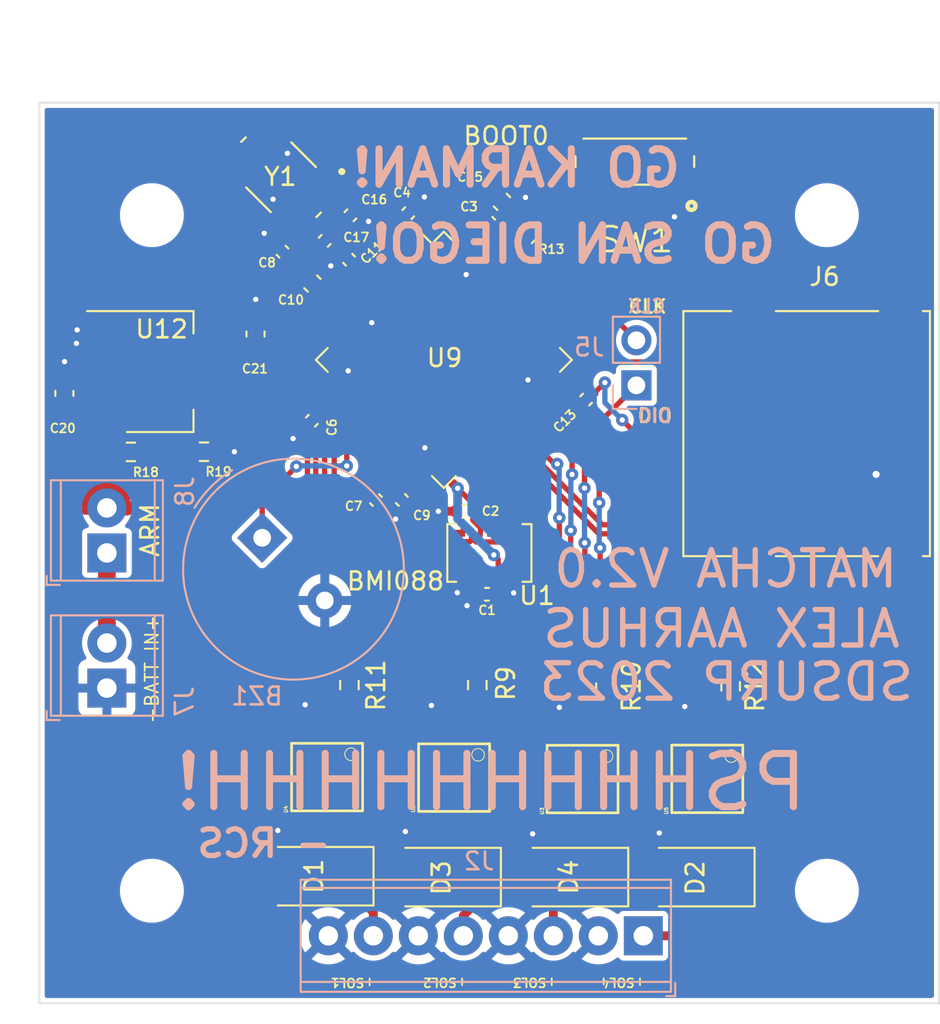
<source format=kicad_pcb>
(kicad_pcb (version 20211014) (generator pcbnew)
  (layers (0 "F.Cu" signal) (31 "B.Cu" power) (34 "B.Paste" user) (35 "F.Paste" user) (36 "B.SilkS" user "B.Silkscreen") (37 "F.SilkS" user "F.Silkscreen") (38 "B.Mask" user) (39 "F.Mask" user) (44 "Edge.Cuts" user))
  (net 0 "")
  (net 1 "BUZZER")
  (net 2 "GND")
  (net 3 "3.3V")
  (net 4 "Net-(C7-Pad1)")
  (net 5 "Net-(C10-Pad2)")
  (net 6 "Net-(C11-Pad1)")
  (net 8 "RCC_OSC_IN")
  (net 9 "RCC_OSC_OUT")
  (net 10 "PWR")
  (net 11 "Net-(D1-Pad1)")
  (net 12 "Net-(D2-Pad1)")
  (net 13 "Net-(D3-Pad1)")
  (net 14 "Net-(D4-Pad1)")
  (net 22 "SYS_JTMS-SWDIO")
  (net 23 "SYS_JTCK_SWCLK")
  (net 24 "SDIO_D2")
  (net 25 "SDIO_D3")
  (net 26 "SDIO_CMD")
  (net 27 "SDIO_CK")
  (net 28 "SDIO_D0")
  (net 29 "SDIO_D1")
  (net 31 "BATT+")
  (net 37 "Net-(R9-Pad1)")
  (net 38 "SOL2")
  (net 39 "Net-(R10-Pad1)")
  (net 40 "SOL3")
  (net 41 "Net-(R11-Pad1)")
  (net 42 "SOL1")
  (net 43 "Net-(R12-Pad1)")
  (net 44 "SOL4")
  (net 45 "Net-(R13-Pad1)")
  (net 46 "Net-(R13-Pad2)")
  (net 47 "VMON")
  (net 49 "INT_ACC1")
  (net 50 "MISO")
  (net 51 "CS1_ACC")
  (net 52 "INT_GYRO2")
  (net 53 "INT_GYRO1")
  (net 54 "MOSI")
  (net 55 "SCK")
  (net 56 "CS2_GYRO")
  (net 57 "INT_ACC2")
  (footprint "Resistor_SMD:R_0603_1608Metric" (layer "F.Cu") (at 50.12 58.25 90)
    (fp_text reference "R9")
    (fp_text value "270")
  )
  (footprint "Diode_SMD:D_SMA" (layer "F.Cu") (at 48.05 69.08 180)
    (fp_text reference "D3")
    (fp_text value "B330")
  )
  (footprint "Capacitor_SMD:C_0402_1005Metric" (layer "F.Cu") (at 42.88 34.26 135)
    (fp_text reference "C11")
    (fp_text value "100nF")
  )
  (footprint "Capacitor_SMD:C_0402_1005Metric" (layer "F.Cu") (at 44.397482 47.815455 -45)
    (fp_text reference "C7")
    (fp_text value "4.7uF")
  )
  (footprint "Diode_SMD:D_SMA" (layer "F.Cu") (at 55.24 69.08 180)
    (fp_text reference "D4")
    (fp_text value "B330")
  )
  (footprint "BMI088:BMI088" (layer "F.Cu") (at 50.8 50.8 180)
    (fp_text reference "U1")
    (fp_text value "BMI088")
  )
  (footprint "CPC1020NTR:4-SOP" (layer "F.Cu") (at 41.64 63.44 180)
    (fp_text reference "U4")
    (fp_text value "CPC1020NTR")
  )
  (footprint "Capacitor_SMD:C_0402_1005Metric" (layer "F.Cu") (at 50.67 53.13 180)
    (fp_text reference "C1")
    (fp_text value "100nF")
  )
  (footprint "MountingHole:MountingHole_3mm" (layer "F.Cu") (at 69.85 31.75)
    (fp_text reference "H2")
    (fp_text value "MountingHole")
  )
  (footprint "Package_TO_SOT_SMD:SOT-223-3_TabPin2" (layer "F.Cu") (at 32.19 40.57)
    (fp_text reference "U12")
    (fp_text value "NCP1117-3.3_SOT223")
  )
  (footprint "Resistor_SMD:R_0603_1608Metric" (layer "F.Cu") (at 64.42 58.32 90)
    (fp_text reference "R12")
    (fp_text value "270")
  )
  (footprint "Capacitor_SMD:C_0402_1005Metric" (layer "F.Cu") (at 56.26 42.15 -135)
    (fp_text reference "C13")
    (fp_text value "100nF")
  )
  (footprint "Capacitor_SMD:C_0603_1608Metric" (layer "F.Cu") (at 37.6 38.45 90)
    (fp_text reference "C21")
    (fp_text value "10uF")
  )
  (footprint "CPC1020NTR:4-SOP" (layer "F.Cu") (at 48.81 63.47 180)
    (fp_text reference "U2")
    (fp_text value "CPC1020NTR")
  )
  (footprint "Capacitor_SMD:C_0402_1005Metric" (layer "F.Cu") (at 49.39 48.45 180)
    (fp_text reference "C2")
    (fp_text value "100nF")
  )
  (footprint "Capacitor_SMD:C_0402_1005Metric" (layer "F.Cu") (at 40.78 43.34 -135)
    (fp_text reference "C6")
    (fp_text value "100nF")
  )
  (footprint "PCM12SMTR:SW_PCM12SMTR" (layer "F.Cu") (at 59.01 28.73 180)
    (fp_text reference "SW1")
    (fp_text value "PCM12SMTR")
  )
  (footprint "Capacitor_SMD:C_0603_1608Metric" (layer "F.Cu") (at 26.81 41.8 90)
    (fp_text reference "C20")
    (fp_text value "100nF")
  )
  (footprint "Capacitor_SMD:C_0402_1005Metric" (layer "F.Cu") (at 46.221817 31.636851 45)
    (fp_text reference "C4")
    (fp_text value "100nF")
  )
  (footprint "CPC1020NTR:4-SOP" (layer "F.Cu") (at 56.06 63.55 180)
    (fp_text reference "U3")
    (fp_text value "CPC1020NTR")
  )
  (footprint "Resistor_SMD:R_0603_1608Metric" (layer "F.Cu") (at 30.565 45.1)
    (fp_text reference "R18")
    (fp_text value "1M")
  )
  (footprint "Diode_SMD:D_SMA" (layer "F.Cu") (at 62.37 69.08 180)
    (fp_text reference "D2")
    (fp_text value "B330")
  )
  (footprint "Capacitor_SMD:C_0603_1608Metric" (layer "F.Cu") (at 40.81212 35.607277 135)
    (fp_text reference "C10")
    (fp_text value "1uF")
  )
  (footprint "MountingHole:MountingHole_3mm" (layer "F.Cu") (at 69.85 69.85)
    (fp_text reference "H4")
    (fp_text value "MountingHole")
  )
  (footprint "Capacitor_SMD:C_0402_1005Metric" (layer "F.Cu") (at 41.502922 33.199743 -135)
    (fp_text reference "C17")
    (fp_text value "26pf")
  )
  (footprint "Resistor_SMD:R_0603_1608Metric" (layer "F.Cu") (at 57.35 58.39 90)
    (fp_text reference "R10")
    (fp_text value "270")
  )
  (footprint "Capacitor_SMD:C_0402_1005Metric" (layer "F.Cu") (at 39.12212 33.807279 135)
    (fp_text reference "C8")
    (fp_text value "100nF")
  )
  (footprint "MountingHole:MountingHole_3mm" (layer "F.Cu") (at 31.75 69.85)
    (fp_text reference "H1")
    (fp_text value "MountingHole")
  )
  (footprint "Resistor_SMD:R_0603_1608Metric" (layer "F.Cu") (at 42.9 58.25 90)
    (fp_text reference "R11")
    (fp_text value "270")
  )
  (footprint "Resistor_SMD:R_0603_1608Metric" (layer "F.Cu") (at 52.9959 32.796506 45)
    (fp_text reference "R13")
    (fp_text value "10k")
  )
  (footprint "Capacitor_SMD:C_0402_1005Metric" (layer "F.Cu") (at 50.792122 32.177279 -45)
    (fp_text reference "C3")
    (fp_text value "100nF")
  )
  (footprint "Connector_Card:microSD_HC_Wuerth_693072010801" (layer "F.Cu") (at 69.86 44.07 -90)
    (fp_text reference "J6")
    (fp_text value "Micro_SD_Card")
  )
  (footprint "Package_QFP:LQFP-64_10x10mm_P0.5mm" (layer "F.Cu") (at 48.23 39.91 -45)
    (fp_text reference "U9")
    (fp_text value "STM32F401RDTx")
  )
  (footprint "Capacitor_SMD:C_0402_1005Metric" (layer "F.Cu") (at 45.861193 47.808383 135)
    (fp_text reference "C9")
    (fp_text value "100nF")
  )
  (footprint "MountingHole:MountingHole_3mm" (layer "F.Cu") (at 31.75 31.75)
    (fp_text reference "H3")
    (fp_text value "MountingHole")
  )
  (footprint "ABMM2_6mm_3_6mm:XTAL_ABMM2-25.000MHZ-D1-T" (layer "F.Cu") (at 39.04 29.61 -135)
    (fp_text reference "Y1")
    (fp_text value "ABMM2-25MHZ-D1-T")
  )
  (footprint "Capacitor_SMD:C_0603_1608Metric" (layer "F.Cu") (at 51.51212 30.997279 135)
    (fp_text reference "C15")
    (fp_text value "4.7uF")
  )
  (footprint "CPC1020NTR:4-SOP" (layer "F.Cu") (at 63.1 63.54 180)
    (fp_text reference "U5")
    (fp_text value "CPC1020NTR")
  )
  (footprint "Capacitor_SMD:C_0402_1005Metric" (layer "F.Cu") (at 42.956758 31.757825 45)
    (fp_text reference "C16")
    (fp_text value "26pf")
  )
  (footprint "Resistor_SMD:R_0603_1608Metric" (layer "F.Cu") (at 34.69 45.09)
    (fp_text reference "R19")
    (fp_text value "100K")
  )
  (footprint "Diode_SMD:D_SMA" (layer "F.Cu") (at 40.86 69.03 180)
    (fp_text reference "D1")
    (fp_text value "B330")
  )
  (footprint "TerminalBlock_Phoenix:TerminalBlock_Phoenix_MPT-0,5-2-2.54_1x02_P2.54mm_Horizontal" (layer "B.Cu") (at 29.21 50.8 90)
    (fp_text reference "J8")
    (fp_text value "Screw_Terminal_01x02")
  )
  (footprint "Buzzer_Beeper:Buzzer_TDK_PS1240P02BT_D12.2mm_H6.5mm" (layer "B.Cu") (at 37.974466 49.944466 -45)
    (fp_text reference "BZ1")
    (fp_text value "Buzzer")
  )
  (footprint "Connector_PinHeader_2.54mm:PinHeader_1x02_P2.54mm_Vertical" (layer "B.Cu") (at 59.1 41.345)
    (fp_text reference "J5")
    (fp_text value "Conn_01x04")
  )
  (footprint "TerminalBlock_Phoenix:TerminalBlock_Phoenix_MPT-0,5-8-2.54_1x08_P2.54mm_Horizontal" (layer "B.Cu") (at 59.49 72.39 180)
    (fp_text reference "J2")
    (fp_text value "Screw_Terminal_01x08")
  )
  (footprint "TerminalBlock_Phoenix:TerminalBlock_Phoenix_MPT-0,5-2-2.54_1x02_P2.54mm_Horizontal" (layer "B.Cu") (at 29.21 58.42 90)
    (fp_text reference "J7")
    (fp_text value "Screw_Terminal_01x02")
  )
  (gr_rect (start 25.4 25.4) (end 76.2 76.2) (layer "Edge.Cuts") (width 0.1) (fill none))
  (gr_text "SDSURP 2023" (at 64.18 58.08) (layer "B.SilkS") (effects (font (size 2 2) (thickness 0.3)) (justify mirror)))
  (gr_text "MATCHA V2.0" (at 64.14 51.7) (layer "B.SilkS") (effects (font (size 2 2) (thickness 0.3)) (justify mirror)))
  (gr_text "GO SAN DIEGO!" (at 55.56 33.39) (layer "B.SilkS") (effects (font (size 2 2) (thickness 0.4)) (justify mirror)))
  (gr_text "GO KARMAN! " (at 51.57 29.1) (layer "B.SilkS") (effects (font (size 2 2) (thickness 0.4)) (justify mirror)))
  (gr_text "- RCS" (at 38.07 67.18) (layer "B.SilkS") (effects (font (size 1.5 1.5) (thickness 0.3)) (justify mirror)))
  (gr_text "ALEX AARHUS" (at 63.9 55.08) (layer "B.SilkS") (effects (font (size 2 2) (thickness 0.3)) (justify mirror)))
  (gr_text "PSHHHHHHHHH!" (at 50.89 63.74) (layer "B.SilkS") (effects (font (size 3 3) (thickness 0.4)) (justify mirror)))
  (gr_text "DIO" (at 60.13 43.07) (layer "B.SilkS") (effects (font (size 0.75 0.75)) (justify mirror)))
  (gr_text "CLK" (at 59.66 36.88) (layer "B.SilkS") (effects (font (size 0.75 0.75)) (justify mirror)))
  (gr_text "+SOL2-" (at 48.01 75.02 180) (layer "F.SilkS") (effects (font (size 0.5 0.5) (thickness 0.1))))
  (gr_text "+SOL3-" (at 53.07 75.02 180) (layer "F.SilkS") (effects (font (size 0.5 0.5) (thickness 0.1))))
  (gr_text "+SOL4-" (at 58.05 75.02 180) (layer "F.SilkS") (effects (font (size 0.5 0.5) (thickness 0.1))))
  (gr_text "+SOL1-" (at 42.79 75.03 180) (layer "F.SilkS") (effects (font (size 0.5 0.5) (thickness 0.1))))
  (gr_text "CLK" (at 59.73 36.9) (layer "F.SilkS") (effects (font (size 0.75 0.75))))
  (gr_text "ARM" (at 31.64 49.51 90) (layer "F.SilkS") (effects (font (size 1 1))))
  (gr_text "-BATT IN+" (at 31.75 57.36 90) (layer "F.SilkS") (effects (font (size 0.75 0.75) (thickness 0.1))))
  (gr_text "DIO" (at 60.15 43.06) (layer "F.SilkS") (effects (font (size 0.75 0.75))))
  (gr_text "BOOT0" (at 51.75 27.28) (layer "F.SilkS") (effects (font (size 1 1))))
  (segment (start 44.040392 43.746054) (end 42.75 45.036446) (width 0.3) (layer "F.Cu") (net 1))
  (segment (start 37.974466 49.944466) (end 37.974466 47.849034) (width 0.3) (layer "F.Cu") (net 1))
  (segment (start 37.974466 47.849034) (end 39.9035 45.92) (width 0.3) (layer "F.Cu") (net 1))
  (segment (start 42.75 45.036446) (end 42.75 45.89) (width 0.3) (layer "F.Cu") (net 1))
  (via (at 42.75 45.89) (size 0.7) (drill 0.3) (layers "F.Cu" "B.Cu") (net 1))
  (via (at 39.9035 45.92) (size 0.7) (drill 0.3) (layers "F.Cu" "B.Cu") (net 1))
  (segment (start 42.75 45.89) (end 39.9335 45.89) (width 0.3) (layer "B.Cu") (net 1))
  (segment (start 39.9335 45.89) (end 39.9035 45.92) (width 0.3) (layer "B.Cu") (net 1))
  (segment (start 46.561228 31.29744) (end 46.561228 31.288772) (width 0.3) (layer "F.Cu") (net 2))
  (segment (start 46.05 69.08) (end 46.05 66.52) (width 0.5) (layer "F.Cu") (net 2))
  (segment (start 44.736893 48.154866) (end 44.835888 48.154866) (width 0.5) (layer "F.Cu") (net 2))
  (segment (start 51.131533 32.51669) (end 51.131533 32.473882) (width 0.5) (layer "F.Cu") (net 2))
  (segment (start 52.060128 31.529872) (end 52.84 30.75) (width 0.5) (layer "F.Cu") (net 2))
  (segment (start 48.91 48.45) (end 47.92 48.45) (width 0.5) (layer "F.Cu") (net 2))
  (segment (start 53.93 41.04) (end 52.98 41.04) (width 0.3) (layer "F.Cu") (net 2))
  (segment (start 49.944734 33.599072) (end 49.930928 33.599072) (width 0.3) (layer "F.Cu") (net 2))
  (segment (start 38.782709 33.467868) (end 38.782709 33.462709) (width 0.3) (layer "F.Cu") (net 2))
  (segment (start 46.515266 46.220928) (end 46.519072 46.220928) (width 0.3) (layer "F.Cu") (net 2))
  (segment (start 50.62 52.56) (end 50.13 52.56) (width 0.3) (layer "F.Cu") (net 2))
  (segment (start 50.8 52.38) (end 50.62 52.56) (width 0.3) (layer "F.Cu") (net 2))
  (segment (start 44.835888 48.154866) (end 45.521782 47.468972) (width 0.5) (layer "F.Cu") (net 2))
  (segment (start 61.26 31.83) (end 61.25 31.84) (width 0.5) (layer "F.Cu") (net 2))
  (segment (start 49.799999 52.230001) (end 49.46 52.57) (width 0.3) (layer "F.Cu") (net 2))
  (segment (start 54.540928 41.624734) (end 54.514734 41.624734) (width 0.3) (layer "F.Cu") (net 2))
  (segment (start 61.26 30.48) (end 61.26 31.83) (width 0.5) (layer "F.Cu") (net 2))
  (segment (start 55.920589 42.489411) (end 55.405605 42.489411) (width 0.3) (layer "F.Cu") (net 2))
  (segment (start 50.18 53.13) (end 49.54 53.77) (width 0.5) (layer "F.Cu") (net 2))
  (segment (start 42.539411 33.920589) (end 41.85 34.61) (width 0.5) (layer "F.Cu") (net 2))
  (segment (start 49.34 34.19) (end 49.34 34.95) (width 0.3) (layer "F.Cu") (net 2))
  (segment (start 37.6 36.51) (end 37.61 36.5) (width 0.5) (layer "F.Cu") (net 2))
  (segment (start 38.332893 27.205837) (end 38.345837 27.205837) (width 0.5) (layer "F.Cu") (net 2))
  (segment (start 61.83 60.74) (end 61.83 59.46) (width 0.5) (layer "F.Cu") (net 2))
  (segment (start 43.655126 37.81) (end 44.16 37.81) (width 0.3) (layer "F.Cu") (net 2))
  (segment (start 47.54 60.67) (end 47.54 59.41) (width 0.5) (layer "F.Cu") (net 2))
  (segment (start 42.540589 33.920589) (end 42.539411 33.920589) (width 0.5) (layer "F.Cu") (net 2))
  (segment (start 38.782709 33.462709) (end 38.09 32.77) (width 0.3) (layer "F.Cu") (net 2))
  (segment (start 40.37 60.64) (end 40.37 59.39) (width 0.5) (layer "F.Cu") (net 2))
  (segment (start 41.163511 33.923511) (end 41.85 34.61) (width 0.3) (layer "F.Cu") (net 2))
  (segment (start 44.736893 48.154866) (end 44.774866 48.154866) (width 0.5) (layer "F.Cu") (net 2))
  (segment (start 35.515 45.09) (end 36.41 45.09) (width 0.5) (layer "F.Cu") (net 2))
  (segment (start 49.930928 33.599072) (end 49.34 34.19) (width 0.3) (layer "F.Cu") (net 2))
  (segment (start 39.747107 32.014163) (end 39.747107 32.007107) (width 0.5) (layer "F.Cu") (net 2))
  (segment (start 46.561228 31.288772) (end 47.13 30.72) (width 0.3) (layer "F.Cu") (net 2))
  (segment (start 49.3 51.9557) (end 49.3 52.41) (width 0.3) (layer "F.Cu") (net 2))
  (segment (start 47.16 45.58) (end 47.16 44.87) (width 0.3) (layer "F.Cu") (net 2))
  (segment (start 44.774866 48.154866) (end 45.51 48.89) (width 0.5) (layer "F.Cu") (net 2))
  (segment (start 49.3 52.41) (end 49.46 52.57) (width 0.3) (layer "F.Cu") (net 2))
  (segment (start 72.63 46.37) (end 71.41 46.37) (width 0.3) (layer "F.Cu") (net 2))
  (segment (start 50.8 51.9557) (end 50.8 52.38) (width 0.3) (layer "F.Cu") (net 2))
  (segment (start 40.440589 43.679411) (end 40.390589 43.679411) (width 0.5) (layer "F.Cu") (net 2))
  (segment (start 40.390589 43.679411) (end 39.72 44.35) (width 0.5) (layer "F.Cu") (net 2))
  (segment (start 53.24 69.08) (end 53.24 66.64) (width 0.5) (layer "F.Cu") (net 2))
  (segment (start 38.345837 27.205837) (end 39.4 28.26) (width 0.5) (layer "F.Cu") (net 2))
  (segment (start 42.979732 37.134606) (end 43.655126 37.81) (width 0.3) (layer "F.Cu") (net 2))
  (segment (start 37.6 37.675) (end 37.6 36.51) (width 0.5) (layer "F.Cu") (net 2))
  (segment (start 50.13 52.56) (end 49.799999 52.230001) (width 0.3) (layer "F.Cu") (net 2))
  (segment (start 49.34 34.95) (end 49.49 35.1) (width 0.3) (layer "F.Cu") (net 2))
  (segment (start 49.46 52.57) (end 48.99 53.04) (width 0.3) (layer "F.Cu") (net 2))
  (segment (start 60.37 66.61) (end 60.39 66.59) (width 0.5) (layer "F.Cu") (net 2))
  (segment (start 49.799999 51.9557) (end 49.799999 52.230001) (width 0.3) (layer "F.Cu") (net 2))
  (segment (start 43.296169 31.418414) (end 43.298414 31.418414) (width 0.5) (layer "F.Cu") (net 2))
  (segment (start 46.96 45.78) (end 47.16 45.58) (width 0.3) (layer "F.Cu") (net 2))
  (segment (start 51.800001 52.680001) (end 52.17 53.05) (width 0.3) (layer "F.Cu") (net 2))
  (segment (start 39.747107 32.007107) (end 38.59 30.85) (width 0.5) (layer "F.Cu") (net 2))
  (segment (start 51.131533 32.473882) (end 52.060128 31.545287) (width 0.5) (layer "F.Cu") (net 2))
  (segment (start 60.37 69.08) (end 60.37 66.61) (width 0.5) (layer "F.Cu") (net 2))
  (segment (start 46.519072 46.220928) (end 46.96 45.78) (width 0.3) (layer "F.Cu") (net 2))
  (segment (start 41.919072 41.624734) (end 41.919072 41.610928) (width 0.3) (layer "F.Cu") (net 2))
  (segment (start 52.060128 31.545287) (end 52.060128 31.529872) (width 0.5) (layer "F.Cu") (net 2))
  (segment (start 38.86 69.03) (end 38.86 66.45) (width 0.5) (layer "F.Cu") (net 2))
  (segment (start 50.19 53.13) (end 50.18 53.13) (width 0.5) (layer "F.Cu") (net 2))
  (segment (start 55.405605 42.489411) (end 54.540928 41.624734) (width 0.3) (layer "F.Cu") (net 2))
  (segment (start 40.37 59.39) (end 40.4 59.36) (width 0.5) (layer "F.Cu") (net 2))
  (segment (start 42.47 41.06) (end 42.83 40.7) (width 0.3) (layer "F.Cu") (net 2))
  (segment (start 46.05 66.52) (end 46.06 66.51) (width 0.5) (layer "F.Cu") (net 2))
  (segment (start 54.514734 41.624734) (end 53.99 41.1) (width 0.3) (layer "F.Cu") (net 2))
  (segment (start 54.79 59.55) (end 54.75 59.51) (width 0.5) (layer "F.Cu") (net 2))
  (segment (start 41.919072 41.610928) (end 42.47 41.06) (width 0.3) (layer "F.Cu") (net 2))
  (segment (start 41.163511 33.539154) (end 41.163511 33.923511) (width 0.3) (layer "F.Cu") (net 2))
  (segment (start 43.298414 31.418414) (end 43.98 32.1) (width 0.5) (layer "F.Cu") (net 2))
  (segment (start 47.54 59.41) (end 47.53 59.4) (width 0.5) (layer "F.Cu") (net 2))
  (segment (start 54.79 60.75) (end 54.79 59.55) (width 0.5) (layer "F.Cu") (net 2))
  (segment (start 42.83 40.7) (end 42.83 40.53) (width 0.3) (layer "F.Cu") (net 2))
  (segment (start 53.99 41.1) (end 53.93 41.04) (width 0.3) (layer "F.Cu") (net 2))
  (segment (start 51.800001 51.9557) (end 51.800001 52.680001) (width 0.3) (layer "F.Cu") (net 2))
  (via (at 53.24 66.64) (size 0.7) (drill 0.3) (layers "F.Cu" "B.Cu") (net 2))
  (via (at 45.51 48.89) (size 0.7) (drill 0.3) (layers "F.Cu" "B.Cu") (net 2))
  (via (at 47.53 59.4) (size 0.7) (drill 0.3) (layers "F.Cu" "B.Cu") (net 2))
  (via (at 36.41 45.09) (size 0.7) (drill 0.3) (layers "F.Cu" "B.Cu") (net 2))
  (via (at 61.83 59.46) (size 0.7) (drill 0.3) (layers "F.Cu" "B.Cu") (net 2))
  (via (at 38.59 30.85) (size 0.7) (drill 0.3) (layers "F.Cu" "B.Cu") (net 2))
  (via (at 49.49 35.1) (size 0.7) (drill 0.3) (layers "F.Cu" "B.Cu") (net 2))
  (via (at 61.25 31.84) (size 0.7) (drill 0.3) (layers "F.Cu" "B.Cu") (net 2))
  (via (at 48.99 53.04) (size 0.7) (drill 0.3) (layers "F.Cu" "B.Cu") (net 2))
  (via (at 72.63 46.37) (size 0.8) (drill 0.4) (layers "F.Cu" "B.Cu") (net 2))
  (via (at 49.54 53.77) (size 0.7) (drill 0.3) (layers "F.Cu" "B.Cu") (net 2))
  (via (at 52.17 53.05) (size 0.7) (drill 0.3) (layers "F.Cu" "B.Cu") (net 2))
  (via (at 27.49 38.98) (size 0.7) (drill 0.3) (layers "F.Cu" "B.Cu") (net 2))
  (via (at 37.61 36.5) (size 0.7) (drill 0.3) (layers "F.Cu" "B.Cu") (net 2))
  (via (at 41.85 34.61) (size 0.7) (drill 0.3) (layers "F.Cu" "B.Cu") (net 2))
  (via (at 44.16 37.81) (size 0.7) (drill 0.3) (layers "F.Cu" "B.Cu") (net 2))
  (via (at 47.13 30.72) (size 0.7) (drill 0.3) (layers "F.Cu" "B.Cu") (net 2))
  (via (at 52.84 30.75) (size 0.7) (drill 0.3) (layers "F.Cu" "B.Cu") (net 2))
  (via (at 42.83 40.53) (size 0.7) (drill 0.3) (layers "F.Cu" "B.Cu") (net 2))
  (via (at 52.98 41.04) (size 0.7) (drill 0.3) (layers "F.Cu" "B.Cu") (net 2))
  (via (at 38.86 66.45) (size 0.7) (drill 0.3) (layers "F.Cu" "B.Cu") (net 2))
  (via (at 39.72 44.35) (size 0.7) (drill 0.3) (layers "F.Cu" "B.Cu") (net 2))
  (via (at 38.09 32.77) (size 0.7) (drill 0.3) (layers "F.Cu" "B.Cu") (net 2))
  (via (at 26.82 40.01) (size 0.7) (drill 0.3) (layers "F.Cu" "B.Cu") (net 2))
  (via (at 47.92 48.45) (size 0.7) (drill 0.3) (layers "F.Cu" "B.Cu") (net 2))
  (via (at 40.4 59.36) (size 0.7) (drill 0.3) (layers "F.Cu" "B.Cu") (net 2))
  (via (at 27.53 38.22) (size 0.7) (drill 0.3) (layers "F.Cu" "B.Cu") (net 2))
  (via (at 43.98 32.1) (size 0.7) (drill 0.3) (layers "F.Cu" "B.Cu") (net 2))
  (via (at 46.06 66.51) (size 0.7) (drill 0.3) (layers "F.Cu" "B.Cu") (net 2))
  (via (at 39.4 28.26) (size 0.7) (drill 0.3) (layers "F.Cu" "B.Cu") (net 2))
  (via (at 47.16 44.87) (size 0.7) (drill 0.3) (layers "F.Cu" "B.Cu") (net 2))
  (via (at 60.39 66.59) (size 0.7) (drill 0.3) (layers "F.Cu" "B.Cu") (net 2))
  (via (at 54.75 59.51) (size 0.7) (drill 0.3) (layers "F.Cu" "B.Cu") (net 2))
  (segment (start 40.68 39.71) (end 40.72 39.75) (width 0.5) (layer "F.Cu") (net 3))
  (segment (start 49.87 48.01) (end 49.01 47.15) (width 0.3) (layer "F.Cu") (net 3))
  (segment (start 55.94 31.89) (end 55.49 31.89) (width 0.5) (layer "F.Cu") (net 3))
  (segment (start 47.96 34.32) (end 48.22 34.32) (width 0.3) (layer "F.Cu") (net 3))
  (segment (start 48.28 45.36) (end 48.28 46.42) (width 0.5) (layer "F.Cu") (net 3))
  (segment (start 50.05 32.734709) (end 49.565185 33.219524) (width 0.5) (layer "F.Cu") (net 3))
  (segment (start 50.964112 30.449271) (end 50.964112 31.326467) (width 0.5) (layer "F.Cu") (net 3))
  (segment (start 45.882406 32.259106) (end 46.868819 33.245519) (width 0.3) (layer "F.Cu") (net 3))
  (segment (start 51.15 53.13) (end 51.299999 52.980001) (width 0.3) (layer "F.Cu") (net 3))
  (segment (start 51.299999 51.9557) (end 51.299999 51.159999) (width 0.3) (layer "F.Cu") (net 3))
  (segment (start 46.200604 47.242696) (end 46.868819 46.574481) (width 0.3) (layer "F.Cu") (net 3))
  (segment (start 47.03 39.75) (end 48.28 41) (width 0.5) (layer "F.Cu") (net 3))
  (segment (start 44.29 39.15198) (end 44.29 39.75) (width 0.3) (layer "F.Cu") (net 3))
  (segment (start 48.22 38.56) (end 48.22 34.32) (width 0.5) (layer "F.Cu") (net 3))
  (segment (start 53.13 29.53) (end 51.883383 29.53) (width 0.5) (layer "F.Cu") (net 3))
  (segment (start 49.87 48.95) (end 49.87 48.45) (width 0.3) (layer "F.Cu") (net 3))
  (segment (start 46.200604 48.147794) (end 46.200604 47.242696) (width 0.3) (layer "F.Cu") (net 3))
  (segment (start 45.882406 31.976262) (end 45.882406 32.259106) (width 0.3) (layer "F.Cu") (net 3))
  (segment (start 56.599411 41.810589) (end 55.433889 41.810589) (width 0.3) (layer "F.Cu") (net 3))
  (segment (start 46.868819 33.245519) (end 47.02 33.3967) (width 0.3) (layer "F.Cu") (net 3))
  (segment (start 47.03 39.75) (end 48.2 38.58) (width 0.5) (layer "F.Cu") (net 3))
  (segment (start 56.699411 41.810589) (end 57.32 41.19) (width 0.3) (layer "F.Cu") (net 3))
  (segment (start 59.17 44.17) (end 58.3 43.3) (width 0.3) (layer "F.Cu") (net 3))
  (segment (start 44.29 39.75) (end 46.6 39.75) (width 0.5) (layer "F.Cu") (net 3))
  (segment (start 47.02 33.3967) (end 47.0367 33.3967) (width 0.3) (layer "F.Cu") (net 3))
  (segment (start 71.41 44.17) (end 59.17 44.17) (width 0.3) (layer "F.Cu") (net 3))
  (segment (start 50.964112 31.326467) (end 50.452711 31.837868) (width 0.5) (layer "F.Cu") (net 3))
  (segment (start 41.360128 36.155285) (end 41.360128 36.222108) (width 0.3) (layer "F.Cu") (net 3))
  (segment (start 46.6 39.75) (end 52.71 39.75) (width 0.5) (layer "F.Cu") (net 3))
  (segment (start 53.32 39.75) (end 53.66 40.09) (width 0.5) (layer "F.Cu") (net 3))
  (segment (start 41.119411 43.000589) (end 41.250323 43.000589) (width 0.3) (layer "F.Cu") (net 3))
  (segment (start 41.250323 43.000589) (end 42.272625 41.978287) (width 0.3) (layer "F.Cu") (net 3))
  (segment (start 37.6 39.225) (end 40.195 39.225) (width 0.5) (layer "F.Cu") (net 3))
  (segment (start 49.591181 33.245519) (end 48.5167 34.32) (width 0.3) (layer "F.Cu") (net 3))
  (segment (start 40.195 39.225) (end 40.68 39.71) (width 0.5) (layer "F.Cu") (net 3))
  (segment (start 49.87 48.45) (end 49.87 48.01) (width 0.3) (layer "F.Cu") (net 3))
  (segment (start 51.299999 52.980001) (end 51.299999 51.9557) (width 0.3) (layer "F.Cu") (net 3))
  (segment (start 50.300001 49.6443) (end 50.300001 49.380001) (width 0.3) (layer "F.Cu") (net 3))
  (segment (start 50.300001 49.380001) (end 49.87 48.95) (width 0.3) (layer "F.Cu") (net 3))
  (segment (start 56.76 31.07) (end 55.94 31.89) (width 0.5) (layer "F.Cu") (net 3))
  (segment (start 44.29 40.65) (end 44.29 39.75) (width 0.3) (layer "F.Cu") (net 3))
  (segment (start 42.626179 37.488159) (end 44.29 39.15198) (width 0.3) (layer "F.Cu") (net 3))
  (segment (start 48.5167 34.32) (end 48.22 34.32) (width 0.3) (layer "F.Cu") (net 3))
  (segment (start 55.49 31.89) (end 53.13 29.53) (width 0.5) (layer "F.Cu") (net 3))
  (segment (start 46.868819 46.574481) (end 46.868819 46.561181) (width 0.3) (layer "F.Cu") (net 3))
  (segment (start 46.868819 46.561181) (end 48.07 45.36) (width 0.3) (layer "F.Cu") (net 3))
  (segment (start 48.28 46.42) (end 49.01 47.15) (width 0.5) (layer "F.Cu") (net 3))
  (segment (start 43.08 41.14) (end 43.8 41.14) (width 0.3) (layer "F.Cu") (net 3))
  (segment (start 50.05 32.24) (end 50.05 32.734709) (width 0.5) (layer "F.Cu") (net 3))
  (segment (start 50.452132 31.837868) (end 50.05 32.24) (width 0.5) (layer "F.Cu") (net 3))
  (segment (start 48.07 45.36) (end 48.28 45.36) (width 0.3) (layer "F.Cu") (net 3))
  (segment (start 51.883383 29.53) (end 50.964112 30.449271) (width 0.5) (layer "F.Cu") (net 3))
  (segment (start 47.0367 33.3967) (end 47.96 34.32) (width 0.3) (layer "F.Cu") (net 3))
  (segment (start 54.894481 41.271181) (end 54.841181 41.271181) (width 0.3) (layer "F.Cu") (net 3))
  (segment (start 56.599411 41.810589) (end 56.699411 41.810589) (width 0.3) (layer "F.Cu") (net 3))
  (segment (start 46.6 39.75) (end 47.03 39.75) (width 0.5) (layer "F.Cu") (net 3))
  (segment (start 50.452711 31.837868) (end 50.452132 31.837868) (width 0.5) (layer "F.Cu") (net 3))
  (segment (start 42.272625 41.947375) (end 43.08 41.14) (width 0.3) (layer "F.Cu") (net 3))
  (segment (start 43.8 41.14) (end 44.29 40.65) (width 0.3) (layer "F.Cu") (net 3))
  (segment (start 52.71 39.75) (end 53.32 39.75) (width 0.5) (layer "F.Cu") (net 3))
  (segment (start 55.433889 41.810589) (end 54.894481 41.271181) (width 0.3) (layer "F.Cu") (net 3))
  (segment (start 51.299999 51.159999) (end 51.05 50.91) (width 0.3) (layer "F.Cu") (net 3))
  (segment (start 41.360128 36.222108) (end 42.626179 37.488159) (width 0.3) (layer "F.Cu") (net 3))
  (segment (start 48.28 41) (end 48.28 45.36) (width 0.5) (layer "F.Cu") (net 3))
  (segment (start 42.272625 41.978287) (end 42.272625 41.947375) (width 0.3) (layer "F.Cu") (net 3))
  (segment (start 48.2 38.58) (end 48.22 38.56) (width 0.5) (layer "F.Cu") (net 3))
  (segment (start 40.72 39.75) (end 44.29 39.75) (width 0.5) (layer "F.Cu") (net 3))
  (segment (start 54.841181 41.271181) (end 53.66 40.09) (width 0.3) (layer "F.Cu") (net 3))
  (segment (start 56.76 30.48) (end 56.76 31.07) (width 0.5) (layer "F.Cu") (net 3))
  (via (at 57.32 41.19) (size 0.7) (drill 0.3) (layers "F.Cu" "B.Cu") (net 3))
  (via (at 58.3 43.3) (size 0.7) (drill 0.3) (layers "F.Cu" "B.Cu") (net 3))
  (via (at 49.01 47.15) (size 0.7) (drill 0.3) (layers "F.Cu" "B.Cu") (net 3))
  (via (at 51.05 50.91) (size 0.7) (drill 0.3) (layers "F.Cu" "B.Cu") (net 3))
  (segment (start 57.32 42.32) (end 57.32 41.19) (width 0.3) (layer "B.Cu") (net 3))
  (segment (start 49.01 48.87) (end 51.05 50.91) (width 0.5) (layer "B.Cu") (net 3))
  (segment (start 58.3 43.3) (end 57.32 42.32) (width 0.3) (layer "B.Cu") (net 3))
  (segment (start 49.01 47.15) (end 49.01 48.87) (width 0.5) (layer "B.Cu") (net 3))
  (segment (start 45.56 46.46) (end 44.99 46.46) (width 0.3) (layer "F.Cu") (net 4))
  (segment (start 44.99 46.46) (end 44.058071 47.391929) (width 0.3) (layer "F.Cu") (net 4))
  (segment (start 44.058071 47.391929) (end 44.058071 47.476044) (width 0.3) (layer "F.Cu") (net 4))
  (segment (start 46.152625 45.867375) (end 45.56 46.46) (width 0.3) (layer "F.Cu") (net 4))
  (segment (start 46.161713 45.867375) (end 46.152625 45.867375) (width 0.3) (layer "F.Cu") (net 4))
  (segment (start 39.461531 34.161531) (end 40.264112 34.964112) (width 0.3) (layer "F.Cu") (net 5))
  (segment (start 39.461531 34.14669) (end 39.461531 34.161531) (width 0.3) (layer "F.Cu") (net 5))
  (segment (start 40.264112 34.964112) (end 40.264112 35.059269) (width 0.3) (layer "F.Cu") (net 5))
  (segment (start 44.201044 34.820384) (end 43.440384 34.820384) (width 0.3) (layer "F.Cu") (net 6))
  (segment (start 44.747499 35.366839) (end 44.201044 34.820384) (width 0.3) (layer "F.Cu") (net 6))
  (segment (start 43.440384 34.820384) (end 43.219411 34.599411) (width 0.3) (layer "F.Cu") (net 6))
  (segment (start 41.444163 30.317107) (end 41.444163 30.924052) (width 0.3) (layer "F.Cu") (net 8))
  (segment (start 41.444163 30.924052) (end 42.617347 32.097236) (width 0.3) (layer "F.Cu") (net 8))
  (segment (start 43.604874 32.81) (end 43.330111 32.81) (width 0.3) (layer "F.Cu") (net 8))
  (segment (start 43.330111 32.81) (end 42.617347 32.097236) (width 0.3) (layer "F.Cu") (net 8))
  (segment (start 45.454606 34.659732) (end 43.604874 32.81) (width 0.3) (layer "F.Cu") (net 8))
  (segment (start 36.635837 28.902893) (end 38.322893 28.902893) (width 0.3) (layer "F.Cu") (net 9))
  (segment (start 42.350332 32.860332) (end 41.842333 32.860332) (width 0.3) (layer "F.Cu") (net 9))
  (segment (start 38.322893 28.902893) (end 41.842333 32.422333) (width 0.3) (layer "F.Cu") (net 9))
  (segment (start 45.101052 35.011052) (end 44.47 34.38) (width 0.3) (layer "F.Cu") (net 9))
  (segment (start 41.842333 32.422333) (end 41.842333 32.860332) (width 0.3) (layer "F.Cu") (net 9))
  (segment (start 43.87 34.38) (end 42.350332 32.860332) (width 0.3) (layer "F.Cu") (net 9))
  (segment (start 45.101052 35.013286) (end 45.101052 35.011052) (width 0.3) (layer "F.Cu") (net 9))
  (segment (start 44.47 34.38) (end 43.87 34.38) (width 0.3) (layer "F.Cu") (net 9))
  (segment (start 53.48 63.62) (end 59.54 63.62) (width 0.75) (layer "F.Cu") (net 10))
  (segment (start 54.79 64.93) (end 53.48 63.62) (width 0.5) (layer "F.Cu") (net 10))
  (segment (start 46.14 63.62) (end 53.48 63.62) (width 0.75) (layer "F.Cu") (net 10))
  (segment (start 35.6 63.62) (end 38.61 63.62) (width 0.75) (layer "F.Cu") (net 10))
  (segment (start 60.2 63.62) (end 59.54 63.62) (width 0.5) (layer "F.Cu") (net 10))
  (segment (start 32.79 48.26) (end 33.95 49.42) (width 0.75) (layer "F.Cu") (net 10))
  (segment (start 40.37 64.92) (end 39.07 63.62) (width 0.5) (layer "F.Cu") (net 10))
  (segment (start 40.37 66.24) (end 40.37 64.92) (width 0.5) (layer "F.Cu") (net 10))
  (segment (start 38.61 63.62) (end 46.14 63.62) (width 0.75) (layer "F.Cu") (net 10))
  (segment (start 61.83 65.25) (end 60.2 63.62) (width 0.5) (layer "F.Cu") (net 10))
  (segment (start 34.96 50.43) (end 34.96 62.98) (width 0.75) (layer "F.Cu") (net 10))
  (segment (start 33.95 49.42) (end 34.96 50.43) (width 0.75) (layer "F.Cu") (net 10))
  (segment (start 47.54 65.02) (end 46.14 63.62) (width 0.5) (layer "F.Cu") (net 10))
  (segment (start 39.07 63.62) (end 38.61 63.62) (width 0.5) (layer "F.Cu") (net 10))
  (segment (start 47.54 66.27) (end 47.54 65.02) (width 0.5) (layer "F.Cu") (net 10))
  (segment (start 61.83 66.34) (end 61.83 65.25) (width 0.5) (layer "F.Cu") (net 10))
  (segment (start 54.79 66.35) (end 54.79 64.93) (width 0.5) (layer "F.Cu") (net 10))
  (segment (start 34.96 62.98) (end 35.6 63.62) (width 0.75) (layer "F.Cu") (net 10))
  (segment (start 29.21 48.26) (end 32.79 48.26) (width 0.75) (layer "F.Cu") (net 10))
  (segment (start 42.91 66.24) (end 42.91 68.98) (width 0.5) (layer "F.Cu") (net 11))
  (segment (start 44.25 71.06) (end 44.25 72.39) (width 0.5) (layer "F.Cu") (net 11))
  (segment (start 42.86 69.03) (end 42.86 69.67) (width 0.5) (layer "F.Cu") (net 11))
  (segment (start 42.86 69.67) (end 44.25 71.06) (width 0.5) (layer "F.Cu") (net 11))
  (segment (start 42.91 68.98) (end 42.86 69.03) (width 0.5) (layer "F.Cu") (net 11))
  (segment (start 64.37 71.13) (end 63.11 72.39) (width 0.5) (layer "F.Cu") (net 12))
  (segment (start 63.11 72.39) (end 59.49 72.39) (width 0.5) (layer "F.Cu") (net 12))
  (segment (start 64.37 69.08) (end 64.37 71.13) (width 0.5) (layer "F.Cu") (net 12))
  (segment (start 64.37 66.34) (end 64.37 69.08) (width 0.5) (layer "F.Cu") (net 12))
  (segment (start 50.08 69.05) (end 50.05 69.08) (width 0.5) (layer "F.Cu") (net 13))
  (segment (start 50.05 70.53) (end 49.33 71.25) (width 0.5) (layer "F.Cu") (net 13))
  (segment (start 49.33 71.25) (end 49.33 72.39) (width 0.5) (layer "F.Cu") (net 13))
  (segment (start 50.05 69.08) (end 50.05 70.53) (width 0.5) (layer "F.Cu") (net 13))
  (segment (start 50.08 66.27) (end 50.08 69.05) (width 0.5) (layer "F.Cu") (net 13))
  (segment (start 57.33 68.99) (end 57.24 69.08) (width 0.5) (layer "F.Cu") (net 14))
  (segment (start 54.41 70.87) (end 54.41 72.39) (width 0.5) (layer "F.Cu") (net 14))
  (segment (start 57.24 69.08) (end 55.69 70.63) (width 0.5) (layer "F.Cu") (net 14))
  (segment (start 57.33 66.35) (end 57.33 68.99) (width 0.5) (layer "F.Cu") (net 14))
  (segment (start 55.69 70.63) (end 54.65 70.63) (width 0.5) (layer "F.Cu") (net 14))
  (segment (start 54.65 70.63) (end 54.41 70.87) (width 0.5) (layer "F.Cu") (net 14))
  (segment (start 57.04 43.41) (end 59.1 41.35) (width 0.3) (layer "F.Cu") (net 22))
  (segment (start 55.619088 43.41) (end 57.04 43.41) (width 0.3) (layer "F.Cu") (net 22))
  (segment (start 54.187375 41.978287) (end 55.619088 43.41) (width 0.3) (layer "F.Cu") (net 22))
  (segment (start 59.1 41.35) (end 59.1 41.345) (width 0.3) (layer "F.Cu") (net 22))
  (segment (start 55.7533 37.69) (end 54.894481 38.548819) (width 0.3) (layer "F.Cu") (net 23))
  (segment (start 59.1 38.805) (end 57.985 37.69) (width 0.3) (layer "F.Cu") (net 23))
  (segment (start 57.985 37.69) (end 55.7533 37.69) (width 0.3) (layer "F.Cu") (net 23))
  (segment (start 71.41 40.87) (end 65.51 40.87) (width 0.3) (layer "F.Cu") (net 24))
  (segment (start 55.529088 36.5) (end 54.187375 37.841713) (width 0.3) (layer "F.Cu") (net 24))
  (segment (start 65.51 40.87) (end 61.14 36.5) (width 0.3) (layer "F.Cu") (net 24))
  (segment (start 61.14 36.5) (end 55.529088 36.5) (width 0.3) (layer "F.Cu") (net 24))
  (segment (start 72.56 41.424) (end 72.56 40.15) (width 0.3) (layer "F.Cu") (net 25))
  (segment (start 65.51 40.03) (end 61.35 35.87) (width 0.3) (layer "F.Cu") (net 25))
  (segment (start 72.44 40.03) (end 65.51 40.03) (width 0.3) (layer "F.Cu") (net 25))
  (segment (start 72.014 41.97) (end 72.56 41.424) (width 0.3) (layer "F.Cu") (net 25))
  (segment (start 72.56 40.15) (end 72.44 40.03) (width 0.3) (layer "F.Cu") (net 25))
  (segment (start 71.41 41.97) (end 72.014 41.97) (width 0.3) (layer "F.Cu") (net 25))
  (segment (start 61.35 35.87) (end 55.45198 35.87) (width 0.3) (layer "F.Cu") (net 25))
  (segment (start 55.45198 35.87) (end 53.833821 37.488159) (width 0.3) (layer "F.Cu") (net 25))
  (segment (start 54.67 40.03) (end 52.41 37.77) (width 0.3) (layer "F.Cu") (net 26))
  (segment (start 60.51 40.03) (end 54.67 40.03) (width 0.3) (layer "F.Cu") (net 26))
  (segment (start 71.41 43.07) (end 63.55 43.07) (width 0.3) (layer "F.Cu") (net 26))
  (segment (start 52.41 37.77) (end 52.41 37.497766) (width 0.3) (layer "F.Cu") (net 26))
  (segment (start 52.41 37.497766) (end 53.126714 36.781052) (width 0.3) (layer "F.Cu") (net 26))
  (segment (start 63.55 43.07) (end 60.51 40.03) (width 0.3) (layer "F.Cu") (net 26))
  (segment (start 69.56 35.98) (end 62.25 35.98) (width 0.3) (layer "F.Cu") (net 27))
  (segment (start 71.41 45.27) (end 72.84 45.27) (width 0.3) (layer "F.Cu") (net 27))
  (segment (start 73.36 39.78) (end 69.56 35.98) (width 0.3) (layer "F.Cu") (net 27))
  (segment (start 55.324874 35.29) (end 53.480268 37.134606) (width 0.3) (layer "F.Cu") (net 27))
  (segment (start 61.56 35.29) (end 55.324874 35.29) (width 0.3) (layer "F.Cu") (net 27))
  (segment (start 73.36 44.77) (end 73.36 39.78) (width 0.3) (layer "F.Cu") (net 27))
  (segment (start 62.25 35.98) (end 61.56 35.29) (width 0.3) (layer "F.Cu") (net 27))
  (segment (start 72.84 45.27) (end 72.85 45.28) (width 0.3) (layer "F.Cu") (net 27))
  (segment (start 72.85 45.28) (end 73.36 44.77) (width 0.3) (layer "F.Cu") (net 27))
  (segment (start 73.23 49.04) (end 72.55 49.72) (width 0.3) (layer "F.Cu") (net 28))
  (segment (start 71.41 47.47) (end 72.6 47.47) (width 0.3) (layer "F.Cu") (net 28))
  (segment (start 72.55 49.72) (end 56.97934 49.72) (width 0.3) (layer "F.Cu") (net 28))
  (segment (start 73.23 48.1) (end 73.23 49.04) (width 0.3) (layer "F.Cu") (net 28))
  (segment (start 72.6 47.47) (end 73.23 48.1) (width 0.3) (layer "F.Cu") (net 28))
  (segment (start 56.97934 49.72) (end 51.712501 44.453161) (width 0.3) (layer "F.Cu") (net 28))
  (segment (start 57.176446 49.21) (end 52.066054 44.099608) (width 0.3) (layer "F.Cu") (net 29))
  (segment (start 70 49.21) (end 57.176446 49.21) (width 0.3) (layer "F.Cu") (net 29))
  (segment (start 70.64 48.57) (end 70 49.21) (width 0.3) (layer "F.Cu") (net 29))
  (segment (start 71.41 48.57) (end 70.64 48.57) (width 0.3) (layer "F.Cu") (net 29))
  (segment (start 29.21 55.88) (end 29.21 50.8) (width 1) (layer "F.Cu") (net 31))
  (segment (start 50.12 60.63) (end 50.08 60.67) (width 0.3) (layer "F.Cu") (net 37))
  (segment (start 50.12 59.075) (end 50.12 60.63) (width 0.3) (layer "F.Cu") (net 37))
  (segment (start 50.12 56.44) (end 50.12 57.425) (width 0.3) (layer "F.Cu") (net 38))
  (segment (start 54.37066 44.99) (end 52.773161 43.392501) (width 0.3) (layer "F.Cu") (net 38))
  (segment (start 54.19 55.68) (end 50.88 55.68) (width 0.3) (layer "F.Cu") (net 38))
  (segment (start 50.88 55.68) (end 50.12 56.44) (width 0.3) (layer "F.Cu") (net 38))
  (segment (start 55.39 49.53) (end 55.39 54.48) (width 0.3) (layer "F.Cu") (net 38))
  (segment (start 55.47 46.37) (end 55.47 45.27) (width 0.3) (layer "F.Cu") (net 38))
  (segment (start 55.47 45.27) (end 55.19 44.99) (width 0.3) (layer "F.Cu") (net 38))
  (segment (start 55.39 54.48) (end 54.19 55.68) (width 0.3) (layer "F.Cu") (net 38))
  (segment (start 55.19 44.99) (end 54.37066 44.99) (width 0.3) (layer "F.Cu") (net 38))
  (via (at 55.47 46.37) (size 0.7) (drill 0.3) (layers "F.Cu" "B.Cu") (net 38))
  (via (at 55.39 49.53) (size 0.7) (drill 0.3) (layers "F.Cu" "B.Cu") (net 38))
  (segment (start 55.47 46.37) (end 55.4 46.44) (width 0.3) (layer "B.Cu") (net 38))
  (segment (start 55.4 49.52) (end 55.39 49.53) (width 0.3) (layer "B.Cu") (net 38))
  (segment (start 55.4 46.44) (end 55.4 49.52) (width 0.3) (layer "B.Cu") (net 38))
  (segment (start 57.35 59.215) (end 57.35 60.73) (width 0.3) (layer "F.Cu") (net 39))
  (segment (start 57.35 60.73) (end 57.33 60.75) (width 0.3) (layer "F.Cu") (net 39))
  (segment (start 55.87 44.41) (end 56.14 44.68) (width 0.3) (layer "F.Cu") (net 40))
  (segment (start 56.19 55.11) (end 57.35 56.27) (width 0.3) (layer "F.Cu") (net 40))
  (segment (start 56.17 44.71) (end 56.17 47.14) (width 0.3) (layer "F.Cu") (net 40))
  (segment (start 55.02 44.41) (end 55.87 44.41) (width 0.3) (layer "F.Cu") (net 40))
  (segment (start 56.19 50.24) (end 56.19 55.11) (width 0.3) (layer "F.Cu") (net 40))
  (segment (start 56.18 50.23) (end 56.19 50.24) (width 0.3) (layer "F.Cu") (net 40))
  (segment (start 57.35 56.27) (end 57.35 57.565) (width 0.3) (layer "F.Cu") (net 40))
  (segment (start 56.14 44.68) (end 56.17 44.71) (width 0.3) (layer "F.Cu") (net 40))
  (segment (start 54.23 44.15) (end 54.49 44.41) (width 0.3) (layer "F.Cu") (net 40))
  (segment (start 54.49 44.41) (end 55.02 44.41) (width 0.3) (layer "F.Cu") (net 40))
  (segment (start 53.126714 43.046714) (end 54.23 44.15) (width 0.3) (layer "F.Cu") (net 40))
  (segment (start 53.126714 43.038948) (end 53.126714 43.046714) (width 0.3) (layer "F.Cu") (net 40))
  (via (at 56.17 47.14) (size 0.7) (drill 0.3) (layers "F.Cu" "B.Cu") (net 40))
  (via (at 56.18 50.23) (size 0.7) (drill 0.3) (layers "F.Cu" "B.Cu") (net 40))
  (segment (start 56.17 50.22) (end 56.18 50.23) (width 0.3) (layer "B.Cu") (net 40))
  (segment (start 56.17 47.14) (end 56.17 50.22) (width 0.3) (layer "B.Cu") (net 40))
  (segment (start 42.9 60.63) (end 42.91 60.64) (width 0.3) (layer "F.Cu") (net 41))
  (segment (start 42.9 59.075) (end 42.9 60.63) (width 0.3) (layer "F.Cu") (net 41))
  (segment (start 52.436054 43.746054) (end 52.419608 43.746054) (width 0.3) (layer "F.Cu") (net 42))
  (segment (start 54.75 48.81) (end 54.75 54) (width 0.3) (layer "F.Cu") (net 42))
  (segment (start 42.9 56.35) (end 42.9 57.425) (width 0.3) (layer "F.Cu") (net 42))
  (segment (start 54.75 54) (end 54.04 54.71) (width 0.3) (layer "F.Cu") (net 42))
  (segment (start 44.54 54.71) (end 42.9 56.35) (width 0.3) (layer "F.Cu") (net 42))
  (segment (start 54.468774 45.778774) (end 52.436054 43.746054) (width 0.3) (layer "F.Cu") (net 42))
  (segment (start 54.631226 45.778774) (end 54.468774 45.778774) (width 0.3) (layer "F.Cu") (net 42))
  (segment (start 54.04 54.71) (end 44.54 54.71) (width 0.3) (layer "F.Cu") (net 42))
  (via (at 54.75 48.81) (size 0.7) (drill 0.3) (layers "F.Cu" "B.Cu") (net 42))
  (via (at 54.631226 45.778774) (size 0.7) (drill 0.3) (layers "F.Cu" "B.Cu") (net 42))
  (segment (start 54.74 48.8) (end 54.75 48.81) (width 0.3) (layer "B.Cu") (net 42))
  (segment (start 54.631226 45.778774) (end 54.74 45.887548) (width 0.3) (layer "B.Cu") (net 42))
  (segment (start 54.74 45.887548) (end 54.74 48.8) (width 0.3) (layer "B.Cu") (net 42))
  (segment (start 64.42 59.145) (end 64.42 60.69) (width 0.3) (layer "F.Cu") (net 43))
  (segment (start 64.42 60.69) (end 64.37 60.74) (width 0.3) (layer "F.Cu") (net 43))
  (segment (start 54.67 43.85) (end 55.05 43.85) (width 0.3) (layer "F.Cu") (net 44))
  (segment (start 63.78 55.83) (end 64.42 56.47) (width 0.3) (layer "F.Cu") (net 44))
  (segment (start 54.18 43.36) (end 54.67 43.85) (width 0.3) (layer "F.Cu") (net 44))
  (segment (start 55.05 43.85) (end 56.12 43.85) (width 0.3) (layer "F.Cu") (net 44))
  (segment (start 57 44.73) (end 57 47.97) (width 0.3) (layer "F.Cu") (net 44))
  (segment (start 60.63 55.83) (end 63.78 55.83) (width 0.3) (layer "F.Cu") (net 44))
  (segment (start 53.480268 42.685394) (end 53.505394 42.685394) (width 0.3) (layer "F.Cu") (net 44))
  (segment (start 57.05 50.51) (end 57.05 52.25) (width 0.3) (layer "F.Cu") (net 44))
  (segment (start 57.05 52.25) (end 60.63 55.83) (width 0.3) (layer "F.Cu") (net 44))
  (segment (start 56.8 44.53) (end 57 44.73) (width 0.3) (layer "F.Cu") (net 44))
  (segment (start 56.12 43.85) (end 56.8 44.53) (width 0.3) (layer "F.Cu") (net 44))
  (segment (start 53.505394 42.685394) (end 54.18 43.36) (width 0.3) (layer "F.Cu") (net 44))
  (segment (start 64.42 56.47) (end 64.42 57.495) (width 0.3) (layer "F.Cu") (net 44))
  (via (at 57.05 50.51) (size 0.7) (drill 0.3) (layers "F.Cu" "B.Cu") (net 44))
  (via (at 57 47.97) (size 0.7) (drill 0.3) (layers "F.Cu" "B.Cu") (net 44))
  (segment (start 57 47.97) (end 57 50.46) (width 0.3) (layer "B.Cu") (net 44))
  (segment (start 57 50.46) (end 57.05 50.51) (width 0.3) (layer "B.Cu") (net 44))
  (segment (start 52.285257 33.379869) (end 51.005394 34.659732) (width 0.3) (layer "F.Cu") (net 45))
  (segment (start 52.412537 33.379869) (end 52.285257 33.379869) (width 0.3) (layer "F.Cu") (net 45))
  (segment (start 56.32 32.82) (end 58.26 30.88) (width 0.5) (layer "F.Cu") (net 46))
  (segment (start 58.26 30.88) (end 58.26 30.48) (width 0.5) (layer "F.Cu") (net 46))
  (segment (start 53.579263 32.213143) (end 54.18612 32.82) (width 0.5) (layer "F.Cu") (net 46))
  (segment (start 54.18612 32.82) (end 56.32 32.82) (width 0.5) (layer "F.Cu") (net 46))
  (segment (start 33.43 46.24) (end 32.79 45.6) (width 0.3) (layer "F.Cu") (net 47))
  (segment (start 31.39 45.1) (end 32.79 45.1) (width 0.5) (layer "F.Cu") (net 47))
  (segment (start 32.79 45.1) (end 33.855 45.1) (width 0.5) (layer "F.Cu") (net 47))
  (segment (start 36.58 46.24) (end 33.43 46.24) (width 0.3) (layer "F.Cu") (net 47))
  (segment (start 41.548819 41.271181) (end 36.58 46.24) (width 0.3) (layer "F.Cu") (net 47))
  (segment (start 41.565519 41.271181) (end 41.548819 41.271181) (width 0.3) (layer "F.Cu") (net 47))
  (segment (start 33.855 45.1) (end 33.865 45.09) (width 0.5) (layer "F.Cu") (net 47))
  (segment (start 32.79 45.6) (end 32.79 45.1) (width 0.3) (layer "F.Cu") (net 47))
  (segment (start 50.651841 45.513821) (end 53.09 47.95198) (width 0.3) (layer "F.Cu") (net 49))
  (segment (start 53.09 47.95198) (end 53.09 50.68) (width 0.3) (layer "F.Cu") (net 49))
  (segment (start 53.09 50.68) (end 52.97 50.8) (width 0.3) (layer "F.Cu") (net 49))
  (segment (start 52.97 50.8) (end 52.7113 50.8) (width 0.3) (layer "F.Cu") (net 49))
  (segment (start 41.5 44.872234) (end 43.333286 43.038948) (width 0.3) (layer "F.Cu") (net 50))
  (segment (start 52.186601 50.18) (end 50.05 50.18) (width 0.3) (layer "F.Cu") (net 50))
  (segment (start 50.05 50.18) (end 49.799999 49.929999) (width 0.3) (layer "F.Cu") (net 50))
  (segment (start 49.799999 49.929999) (end 49.799999 49.6443) (width 0.3) (layer "F.Cu") (net 50))
  (segment (start 52.3 49.6443) (end 52.3 50.066601) (width 0.3) (layer "F.Cu") (net 50))
  (segment (start 49.704 50.1626) (end 43.0626 50.1626) (width 0.3) (layer "F.Cu") (net 50))
  (segment (start 43.0626 50.1626) (end 41.5 48.6) (width 0.3) (layer "F.Cu") (net 50))
  (segment (start 52.3 50.066601) (end 52.186601 50.18) (width 0.3) (layer "F.Cu") (net 50))
  (segment (start 41.5 48.6) (end 41.5 44.872234) (width 0.3) (layer "F.Cu") (net 50))
  (segment (start 49.799999 49.6443) (end 49.799999 50.066601) (width 0.3) (layer "F.Cu") (net 50))
  (segment (start 49.799999 50.066601) (end 49.704 50.1626) (width 0.3) (layer "F.Cu") (net 50))
  (segment (start 51.800001 47.369089) (end 50.298287 45.867375) (width 0.3) (layer "F.Cu") (net 51))
  (segment (start 51.800001 49.6443) (end 51.800001 47.369089) (width 0.3) (layer "F.Cu") (net 51))
  (segment (start 51.299999 49.6443) (end 51.299999 47.576193) (width 0.3) (layer "F.Cu") (net 52))
  (segment (start 51.299999 47.576193) (end 49.944734 46.220928) (width 0.3) (layer "F.Cu") (net 52))
  (segment (start 50.807 47.7903) (end 50.807 49.6373) (width 0.3) (layer "F.Cu") (net 53))
  (segment (start 49.591181 46.574481) (end 50.807 47.7903) (width 0.3) (layer "F.Cu") (net 53))
  (segment (start 50.807 49.6373) (end 50.8 49.6443) (width 0.3) (layer "F.Cu") (net 53))
  (segment (start 42.04 48.24) (end 42.04 45.03934) (width 0.3) (layer "F.Cu") (net 54))
  (segment (start 49.3 49.6443) (end 43.4443 49.6443) (width 0.3) (layer "F.Cu") (net 54))
  (segment (start 42.04 45.03934) (end 43.686839 43.392501) (width 0.3) (layer "F.Cu") (net 54))
  (segment (start 43.4443 49.6443) (end 42.04 48.24) (width 0.3) (layer "F.Cu") (net 54))
  (segment (start 42.84 50.8) (end 48.8887 50.8) (width 0.3) (layer "F.Cu") (net 55))
  (segment (start 41 44.665126) (end 41 48.96) (width 0.3) (layer "F.Cu") (net 55))
  (segment (start 41 48.96) (end 42.84 50.8) (width 0.3) (layer "F.Cu") (net 55))
  (segment (start 42.979732 42.685394) (end 41 44.665126) (width 0.3) (layer "F.Cu") (net 55))
  (segment (start 42.49 51.37) (end 50.136599 51.37) (width 0.3) (layer "F.Cu") (net 56))
  (segment (start 40.53 44.51) (end 40.53 49.41) (width 0.3) (layer "F.Cu") (net 56))
  (segment (start 40.53 49.41) (end 42.49 51.37) (width 0.3) (layer "F.Cu") (net 56))
  (segment (start 42.626179 42.413821) (end 40.53 44.51) (width 0.3) (layer "F.Cu") (net 56))
  (segment (start 50.300001 51.533402) (end 50.300001 51.9557) (width 0.3) (layer "F.Cu") (net 56))
  (segment (start 50.136599 51.37) (end 50.300001 51.533402) (width 0.3) (layer "F.Cu") (net 56))
  (segment (start 42.626179 42.331841) (end 42.626179 42.413821) (width 0.3) (layer "F.Cu") (net 56))
  (segment (start 53.2543 51.9557) (end 52.3 51.9557) (width 0.3) (layer "F.Cu") (net 57))
  (segment (start 53.737 51.473) (end 53.2543 51.9557) (width 0.3) (layer "F.Cu") (net 57))
  (segment (start 51.005394 45.160268) (end 53.737 47.891874) (width 0.3) (layer "F.Cu") (net 57))
  (segment (start 53.737 47.891874) (end 53.737 51.473) (width 0.3) (layer "F.Cu") (net 57))
  (zone (net 10) (net_name "PWR") (layer "F.Cu") (connect_pads yes (clearance 0.3)) (min_thickness 0.254) (fill yes (thermal_gap 0.508) (thermal_bridge_width 0.508))
    (polygon (pts (xy 26.2 41.98) (xy 30.546729 41.98164) (xy 30.516729 48.69164) (xy 27.81 48.64) (xy 27.8 44.87) (xy 26.23 43.31)))
  )
  (zone (net 2) (net_name "GND") (layer "F.Cu") (connect_pads yes (clearance 0.3)) (min_thickness 0.254) (fill yes (thermal_gap 0.508) (thermal_bridge_width 0.508))
    (polygon (pts (xy 27.88 37.38) (xy 30.17 37.39) (xy 30.17 39.15) (xy 27.9 39.15) (xy 27.439467 39.54024) (xy 27.429467 41.61024) (xy 26.2 41.61) (xy 26.2 38.85)))
  )
  (zone (net 3) (net_name "3.3V") (layer "F.Cu") (connect_pads yes (clearance 0.3)) (min_thickness 0.254) (fill yes (thermal_gap 0.508) (thermal_bridge_width 0.508))
    (polygon (pts (xy 38.26 39.83) (xy 37.04 39.83) (xy 36.45 40.55) (xy 36.48 42.58) (xy 34.2 42.6) (xy 32.73 41.45) (xy 27.9 41.45) (xy 27.92 39.69) (xy 32.72 39.7) (xy 34.2 38.52) (xy 38.27 38.52)))
  )
  (zone (net 2) (net_name "GND") (layer "B.Cu") (connect_pads (clearance 0.3)) (min_thickness 0.254) (fill yes (thermal_gap 0.508) (thermal_bridge_width 0.508))
    (polygon (pts (xy 76.18 76.18) (xy 25.41 76.22) (xy 25.4 25.45) (xy 76.18 25.41)))
  )
)
</source>
